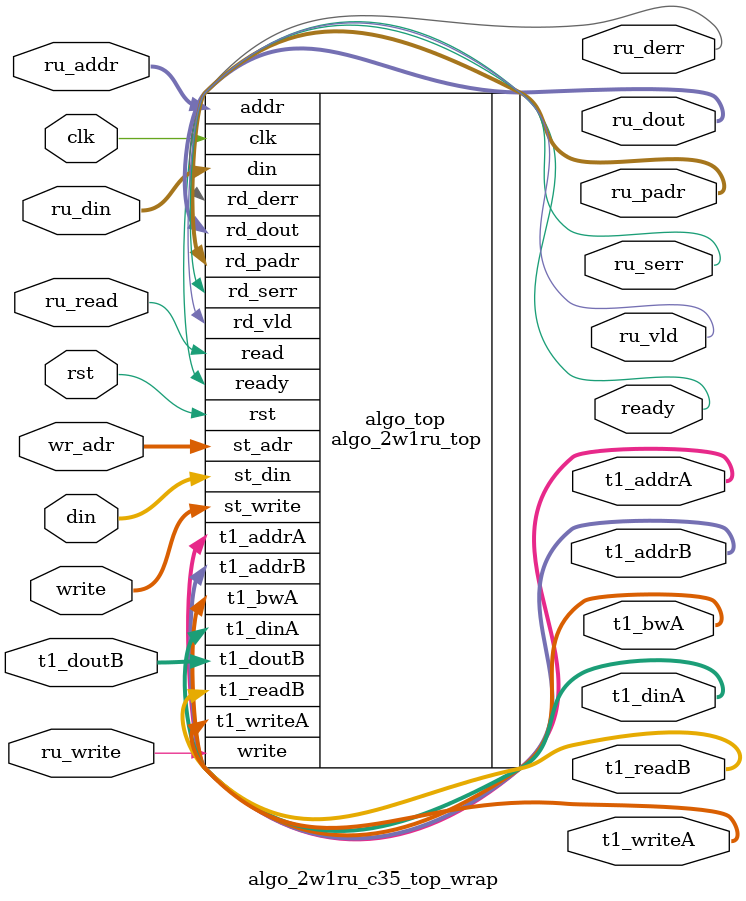
<source format=v>
/*
 * Copyright (C) 2011 Memoir Systems Inc. These coded instructions, statements, and computer programs are
 * Confidential Proprietary Information of Memoir Systems Inc. and may not be disclosed to third parties
 * or copied in any form, in whole or in part, without the prior written consent of Memoir Systems Inc.
 * 
 * Generated File by Ipgen. Version: 3.3.4981M Date: Wed 2012.11.21 at 03:05:28 PM IST
 * */

module algo_2w1ru_c35_top_wrap
#(parameter IP_WIDTH = 64,
parameter   IP_BITWIDTH = 6,
parameter   IP_DECCBITS = 8,
parameter   IP_NUMADDR = 2048,
parameter   IP_BITADDR = 11,
parameter   IP_NUMVBNK = 1,
parameter   IP_BITVBNK = 1,
parameter   IP_BITPBNK = 2, 
parameter   IP_SECCBITS = 8,
parameter   IP_SECCDWIDTH = 2,
parameter   IP_ENAECC = 0,
parameter   IP_ENAPAR = 0,
parameter   FLOPIN = 0,
parameter   FLOPOUT = 0,
parameter   FLOPMEM = 0,
parameter   FLOPECC = 0,
parameter   FLOPCMD = 0,
parameter   T1_WIDTH = 73,
parameter   T1_NUMVBNK = 4,
parameter   T1_BITVBNK = 2,
parameter   T1_DELAY = 1,
parameter   T1_NUMVROW = 2048,
parameter   T1_BITVROW = 11,
parameter   T1_BITWSPF = 0,
parameter   T1_NUMWRDS = 1,
parameter   T1_BITWRDS = 1,
parameter   T1_NUMSROW = 2048,
parameter   T1_BITSROW = 11,
parameter   T1_PHYWDTH = 73)
(clk, rst, ready, write,
wr_adr,
din,
ru_read,
ru_write,
ru_addr,
ru_din,
ru_dout,
ru_vld,
ru_serr,
ru_derr,
ru_padr,
t1_readB,
t1_addrB,
t1_doutB,
t1_writeA,
t1_addrA,
t1_dinA,
t1_bwA);

parameter WIDTH   = IP_WIDTH;
parameter BITWDTH = IP_BITWIDTH;
parameter ENAPAR  = IP_ENAPAR;
parameter ENAECC = IP_ENAECC;
parameter ECCWDTH = IP_DECCBITS;
parameter NUMADDR = IP_NUMADDR;
parameter BITADDR = IP_BITADDR;
parameter NUMSTPT = 2;
parameter NUMPBNK = 3;
parameter BITPBNK = 2;
parameter NUMWRDS = T1_NUMWRDS;      // ALIGN Parameters
parameter BITWRDS = T1_BITWRDS;
parameter NUMSROW = T1_NUMSROW;
parameter BITSROW = T1_BITSROW;
parameter MEMWDTH = ENAPAR ? WIDTH+1 : ENAECC ? WIDTH+ECCWDTH : WIDTH;
parameter PHYWDTH = T1_PHYWDTH;
parameter SRAM_DELAY = T1_DELAY;
parameter UPDT_DELAY = 7;
parameter BITPADR = BITPBNK+BITSROW+BITWRDS+1;

input [NUMSTPT-1:0]                  write;
input [NUMSTPT*BITADDR-1:0]          wr_adr;
input [NUMSTPT*WIDTH-1:0]            din;
input                                ru_read;
input                                ru_write;
input [BITADDR-1:0]                  ru_addr;
input [WIDTH-1:0]                    ru_din;
output                               ru_vld;
output [WIDTH-1:0]                   ru_dout;
output                               ru_serr;
output                               ru_derr;
output [BITPADR-1:0]                 ru_padr;
output                               ready;
input                                clk, rst;

output [NUMPBNK-1:0] t1_writeA;
output [NUMPBNK*BITSROW-1:0] t1_addrA;
output [NUMPBNK*PHYWDTH-1:0] t1_bwA;
output [NUMPBNK*PHYWDTH-1:0] t1_dinA;

output [NUMPBNK-1:0] t1_readB;
output [NUMPBNK*BITSROW-1:0] t1_addrB;
input [NUMPBNK*PHYWDTH-1:0] t1_doutB;

algo_2w1ru_top #(.WIDTH(WIDTH), .BITWDTH(BITWDTH), .ENAPAR(ENAPAR), .ENAECC(ENAECC), .ECCWDTH(ECCWDTH),
                 .NUMADDR(NUMADDR), .BITADDR(BITADDR), .NUMSTPT(NUMSTPT), .NUMPBNK(NUMPBNK), .BITPBNK(BITPBNK),
                 .NUMWRDS(NUMWRDS), .BITWRDS(BITWRDS), .NUMSROW(NUMSROW), .BITSROW(BITSROW), .PHYWDTH(PHYWDTH),
                 .SRAM_DELAY(SRAM_DELAY), .UPDT_DELAY(UPDT_DELAY), .FLOPIN(FLOPIN), .FLOPMEM(FLOPMEM), .FLOPOUT(FLOPOUT), .FLOPECC(FLOPECC))
  algo_top(.clk(clk), .rst(rst), .ready(ready), .st_write(write), .st_adr(wr_adr), .st_din(din),
           .read(ru_read), .write(ru_write), .addr(ru_addr), .din(ru_din),
           .rd_vld(ru_vld), .rd_dout(ru_dout), .rd_serr(ru_serr), .rd_derr(ru_derr), .rd_padr(ru_padr),
           .t1_writeA(t1_writeA), .t1_addrA(t1_addrA), .t1_bwA(t1_bwA), .t1_dinA(t1_dinA),
           .t1_readB(t1_readB), .t1_addrB(t1_addrB), .t1_doutB(t1_doutB));

endmodule    //algo_2w1ru_c35_top_wrap

</source>
